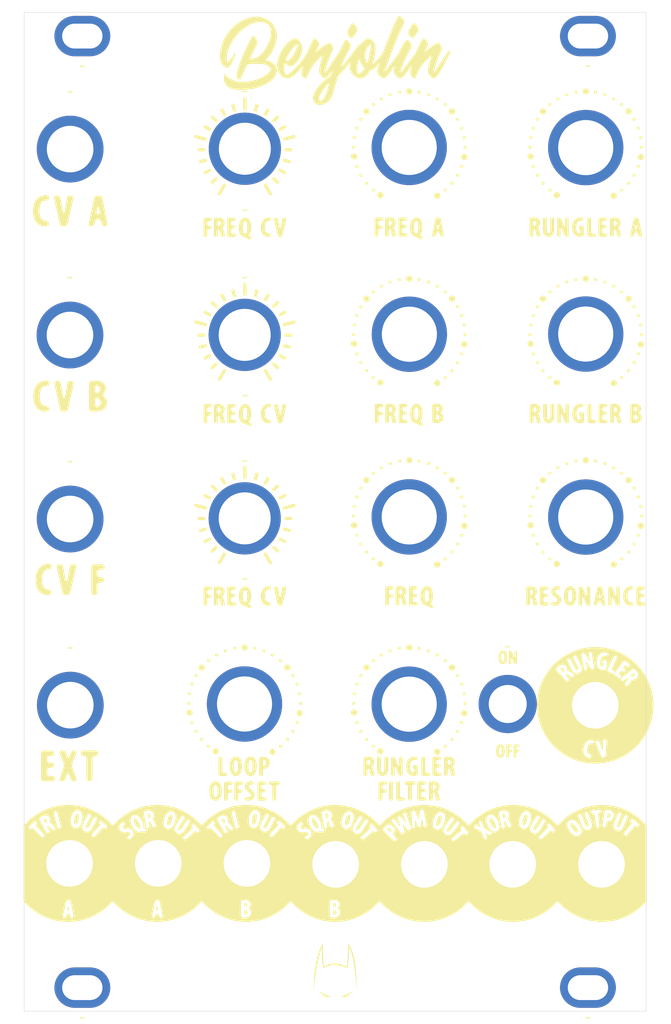
<source format=kicad_pcb>
(kicad_pcb (version 20171130) (host pcbnew "(5.1.5)-2")
  (layers (0 F.Cu signal) (31 B.Cu signal) (34 B.Paste user) (35 F.Paste user) (36 B.SilkS user) (37 F.SilkS user) (38 B.Mask user) (39 F.Mask user) (44 Edge.Cuts user))
  (net 0 "")
  (module Benjolin:Batman (layer F.Cu) (at 86.929412 151.638)
    (fp_text reference ~ hide)
    (fp_text value LOGO hide)
  )
  (module Benjolin:Off (layer F.Cu) (at 109.17061 123.444)
    (fp_text reference ~ hide)
    (fp_text value LOGO hide)
  )
  (module Benjolin:On (layer F.Cu) (at 109.167998 111.379)
    (fp_text reference ~ hide)
    (fp_text value LOGO hide)
  )
  (module "Benjolin:Rungler Filter" (layer F.Cu) (at 96.473707 126.994714)
    (fp_text reference G*** hide)
    (fp_text value LOGO hide)
  )
  (module "Benjolin:Loop Offset" (layer F.Cu) (at 75.251491 127)
    (fp_text reference G*** hide)
    (fp_text value LOGO hide)
  )
  (module Benjolin:Resonance (layer F.Cu) (at 119.218872 103.47164)
    (fp_text reference G*** hide)
    (fp_text value LOGO hide)
  )
  (module Benjolin:Freq (layer F.Cu) (at 96.474271 103.632)
    (fp_text reference G*** hide)
    (fp_text value LOGO hide)
  )
  (module "Benjolin:Rungler B" (layer F.Cu) (at 119.218768 79.966042)
    (fp_text reference G*** hide)
    (fp_text value LOGO hide)
  )
  (module "Benjolin:Rungler A" (layer F.Cu) (at 119.220447 55.962919)
    (fp_text reference G*** hide)
    (fp_text value LOGO hide)
  )
  (module "Benjolin:Freq B" (layer F.Cu) (at 96.475382 80.137)
    (fp_text reference G*** hide)
    (fp_text value LOGO hide)
  )
  (module "Benjolin:Freq A" (layer F.Cu) (at 96.47318 56.134)
    (fp_text reference G*** hide)
    (fp_text value LOGO hide)
  )
  (module Benjolin:FreqCV (layer F.Cu) (at 75.296236 103.645512)
    (fp_text reference G*** hide)
    (fp_text value LOGO hide)
  )
  (module Benjolin:FreqCV (layer F.Cu) (at 75.296236 80.150393)
    (fp_text reference G*** hide)
    (fp_text value LOGO hide)
  )
  (module Benjolin:FreqCV (layer F.Cu) (at 75.296236 56.147277)
    (fp_text reference G*** hide)
    (fp_text value LOGO hide)
  )
  (module Benjolin:Panel_Graphics_Pot_Arc_Dots_12.7mm (layer F.Cu) (at 75.254428 116.84)
    (fp_text reference ~ hide)
    (fp_text value LOGO hide)
  )
  (module Benjolin:Panel_Graphics_Pot_Arc_Dots_12.7mm (layer F.Cu) (at 96.475484 116.84)
    (fp_text reference ~ hide)
    (fp_text value LOGO hide)
  )
  (module Benjolin:Panel_Graphics_Pot_Arc_Dots_12.7mm (layer F.Cu) (at 119.220584 92.71)
    (fp_text reference ~ hide)
    (fp_text value LOGO hide)
  )
  (module Benjolin:Panel_Graphics_Pot_Arc_Dots_12.7mm (layer F.Cu) (at 96.475484 92.71)
    (fp_text reference ~ hide)
    (fp_text value LOGO hide)
  )
  (module Benjolin:Panel_Graphics_Pot_Arc_Dots_12.7mm (layer F.Cu) (at 119.220584 69.342)
    (fp_text reference ~ hide)
    (fp_text value LOGO hide)
  )
  (module Benjolin:Panel_Graphics_Pot_Arc_Dots_12.7mm (layer F.Cu) (at 96.475484 69.342)
    (fp_text reference ~ hide)
    (fp_text value LOGO hide)
  )
  (module Benjolin:Panel_Graphics_Pot_Arc_Dots_12.7mm (layer F.Cu) (at 119.220584 45.212284)
    (fp_text reference ~ hide)
    (fp_text value LOGO hide)
  )
  (module Benjolin:Panel_Graphics_Pot_Arc_Dots_12.7mm (layer F.Cu) (at 96.475484 45.212284)
    (fp_text reference ~ hide)
    (fp_text value LOGO hide)
  )
  (module KraakenStuff:Panel_Graphics_Trimmer_Arc_10mm (layer F.Cu) (at 75.311 93.472)
    (fp_text reference ~ (at 0 7.8) (layer F.SilkS))
    (fp_text value Panel_Graphics_Trimmer_Arc_10mm)
  )
  (module KraakenStuff:Panel_Graphics_Trimmer_Arc_10mm (layer F.Cu) (at 75.311 69.85)
    (fp_text reference ~ (at 0 7.8) (layer F.SilkS))
    (fp_text value Panel_Graphics_Trimmer_Arc_10mm)
  )
  (module KraakenStuff:Panel_Graphics_Trimmer_Arc_10mm (layer F.Cu) (at 75.311 45.974)
    (fp_text reference ~ (at 0 7.8) (layer F.SilkS))
    (fp_text value Panel_Graphics_Trimmer_Arc_10mm)
  )
  (module Benjolin:Benjolin (layer F.Cu) (at 86.860499 34.417)
    (fp_text reference G*** hide)
    (fp_text value LOGO hide)
  )
  (module "Benjolin:Ext In" (layer F.Cu) (at 52.705 125.349)
    (fp_text reference G*** hide)
    (fp_text value LOGO hide)
  )
  (module "Benjolin:CV F" (layer F.Cu) (at 52.78199 101.346)
    (fp_text reference G*** hide)
    (fp_text value LOGO hide)
  )
  (module "Benjolin:CV B" (layer F.Cu) (at 52.78402 77.724)
    (fp_text reference G*** hide)
    (fp_text value LOGO hide)
  )
  (module "Benjolin:CV A" (layer F.Cu) (at 52.782744 53.848)
    (fp_text reference G*** hide)
    (fp_text value LOGO hide)
  )
  (module "Benjolin:Rungler CV" (layer F.Cu) (at 120.44828 117.563134)
    (fp_text reference G*** hide)
    (fp_text value LOGO hide)
  )
  (module Benjolin:Rings (layer F.Cu) (at 86.9315 137.922092)
    (fp_text reference G*** hide)
    (fp_text value LOGO hide)
  )
  (module KraakenStuff:Panel_Trimmer_6.7mm (layer F.Cu) (at 75.2968 45.8795)
    (fp_text reference ~ (at 0 -7.4) (layer F.SilkS))
    (fp_text value Panel_Trimmer_6.7mm)
    (pad "" np_thru_hole circle (at 0 0) (size 9.3 9.3) (drill 6.7) (layers *.Cu *.Mask))
  )
  (module KraakenStuff:Panel_Trimmer_6.7mm (layer F.Cu) (at 75.2757 69.8517)
    (fp_text reference ~ (at 0 -7.4) (layer F.SilkS))
    (fp_text value Panel_Trimmer_6.7mm)
    (pad "" np_thru_hole circle (at 0 0) (size 9.3 9.3) (drill 6.7) (layers *.Cu *.Mask))
  )
  (module KraakenStuff:Panel_Trimmer_6.7mm (layer F.Cu) (at 75.2757 93.4854)
    (fp_text reference ~ (at 0 -7.4) (layer F.SilkS))
    (fp_text value Panel_Trimmer_6.7mm)
    (pad "" np_thru_hole circle (at 0 0) (size 9.3 9.3) (drill 6.7) (layers *.Cu *.Mask))
  )
  (module KraakenStuff:Panel_SubSwitch_4.9mm (layer F.Cu) (at 109.1711 117.3942)
    (fp_text reference ~ (at 0 -7.4) (layer F.SilkS))
    (fp_text value Panel_SubSwitch_4.9mm)
    (pad "" np_thru_hole circle (at 0 0) (size 7.5 7.5) (drill 4.9) (layers *.Cu *.Mask))
  )
  (module KraakenStuff:Panel_Pot_7.1mm (layer F.Cu) (at 75.2545 117.3942)
    (fp_text reference ~ (at 0 -7.4) (layer F.SilkS))
    (fp_text value Panel_Pot_7.1mm)
    (pad "" np_thru_hole circle (at 0 0) (size 9.7 9.7) (drill 7.1) (layers *.Cu *.Mask))
  )
  (module KraakenStuff:Panel_Pot_7.1mm (layer F.Cu) (at 96.4762 117.4153)
    (fp_text reference ~ (at 0 -7.4) (layer F.SilkS))
    (fp_text value Panel_Pot_7.1mm)
    (pad "" np_thru_hole circle (at 0 0) (size 9.7 9.7) (drill 7.1) (layers *.Cu *.Mask))
  )
  (module KraakenStuff:Panel_Pot_7.1mm (layer F.Cu) (at 119.2213 93.3162)
    (fp_text reference ~ (at 0 -7.4) (layer F.SilkS))
    (fp_text value Panel_Pot_7.1mm)
    (pad "" np_thru_hole circle (at 0 0) (size 9.7 9.7) (drill 7.1) (layers *.Cu *.Mask))
  )
  (module KraakenStuff:Panel_Pot_7.1mm (layer F.Cu) (at 96.4762 93.295)
    (fp_text reference ~ (at 0 -7.4) (layer F.SilkS))
    (fp_text value Panel_Pot_7.1mm)
    (pad "" np_thru_hole circle (at 0 0) (size 9.7 9.7) (drill 7.1) (layers *.Cu *.Mask))
  )
  (module KraakenStuff:Panel_Pot_7.1mm (layer F.Cu) (at 119.2213 69.7459)
    (fp_text reference ~ (at 0 -7.4) (layer F.SilkS))
    (fp_text value Panel_Pot_7.1mm)
    (pad "" np_thru_hole circle (at 0 0) (size 9.7 9.7) (drill 7.1) (layers *.Cu *.Mask))
  )
  (module KraakenStuff:Panel_Pot_7.1mm (layer F.Cu) (at 96.4974 69.7671)
    (fp_text reference ~ (at 0 -7.4) (layer F.SilkS))
    (fp_text value Panel_Pot_7.1mm)
    (pad "" np_thru_hole circle (at 0 0) (size 9.7 9.7) (drill 7.1) (layers *.Cu *.Mask))
  )
  (module KraakenStuff:Panel_Pot_7.1mm (layer F.Cu) (at 119.2213 45.7314)
    (fp_text reference ~ (at 0 -7.4) (layer F.SilkS))
    (fp_text value Panel_Pot_7.1mm)
    (pad "" np_thru_hole circle (at 0 0) (size 9.7 9.7) (drill 7.1) (layers *.Cu *.Mask))
  )
  (module KraakenStuff:Panel_Pot_7.1mm (layer F.Cu) (at 96.4762 45.7102)
    (fp_text reference ~ (at 0 -7.4) (layer F.SilkS))
    (fp_text value Panel_Pot_7.1mm)
    (pad "" np_thru_hole circle (at 0 0) (size 9.7 9.7) (drill 7.1) (layers *.Cu *.Mask))
  )
  (module KraakenStuff:Panel_Thonkiconn_6mm (layer F.Cu) (at 52.7845 45.9218)
    (fp_text reference ~ (at 0 -7.4) (layer F.SilkS))
    (fp_text value Panel_Thonkiconn_6mm)
    (pad "" np_thru_hole circle (at 0 0) (size 8.6 8.6) (drill 6) (layers *.Cu *.Mask))
  )
  (module KraakenStuff:Panel_Thonkiconn_6mm (layer F.Cu) (at 52.7634 69.8729)
    (fp_text reference ~ (at 0 -7.4) (layer F.SilkS))
    (fp_text value Panel_Thonkiconn_6mm)
    (pad "" np_thru_hole circle (at 0 0) (size 8.6 8.6) (drill 6) (layers *.Cu *.Mask))
  )
  (module KraakenStuff:Panel_Thonkiconn_6mm (layer F.Cu) (at 52.7845 93.5701)
    (fp_text reference ~ (at 0 -7.4) (layer F.SilkS))
    (fp_text value Panel_Thonkiconn_6mm)
    (pad "" np_thru_hole circle (at 0 0) (size 8.6 8.6) (drill 6) (layers *.Cu *.Mask))
  )
  (module KraakenStuff:Panel_Thonkiconn_6mm (layer F.Cu) (at 120.4484 117.5635)
    (fp_text reference ~ (at 0 -7.4) (layer F.SilkS))
    (fp_text value Panel_Thonkiconn_6mm)
    (pad "" np_thru_hole circle (at 0 0) (size 8.6 8.6) (drill 6) (layers *.Cu *.Mask))
  )
  (module KraakenStuff:Panel_Thonkiconn_6mm (layer F.Cu) (at 52.8057 117.5423)
    (fp_text reference ~ (at 0 -7.4) (layer F.SilkS))
    (fp_text value Panel_Thonkiconn_6mm)
    (pad "" np_thru_hole circle (at 0 0) (size 8.6 8.6) (drill 6) (layers *.Cu *.Mask))
  )
  (module KraakenStuff:Panel_Thonkiconn_6mm (layer F.Cu) (at 121.2525 138.0446)
    (fp_text reference ~ (at 0 -7.4) (layer F.SilkS))
    (fp_text value Panel_Thonkiconn_6mm)
    (pad "" np_thru_hole circle (at 0 0) (size 8.6 8.6) (drill 6) (layers *.Cu *.Mask))
  )
  (module KraakenStuff:Panel_Thonkiconn_6mm (layer F.Cu) (at 109.8059 138.0446)
    (fp_text reference ~ (at 0 -7.4) (layer F.SilkS))
    (fp_text value Panel_Thonkiconn_6mm)
    (pad "" np_thru_hole circle (at 0 0) (size 8.6 8.6) (drill 6) (layers *.Cu *.Mask))
  )
  (module KraakenStuff:Panel_Thonkiconn_6mm (layer F.Cu) (at 98.425 138.049)
    (fp_text reference ~ (at 0 -7.4) (layer F.SilkS))
    (fp_text value Panel_Thonkiconn_6mm)
    (pad "" np_thru_hole circle (at 0 0) (size 8.6 8.6) (drill 6) (layers *.Cu *.Mask))
  )
  (module KraakenStuff:Panel_Thonkiconn_6mm (layer F.Cu) (at 86.995 138.049)
    (fp_text reference ~ (at 0 -7.4) (layer F.SilkS))
    (fp_text value Panel_Thonkiconn_6mm)
    (pad "" np_thru_hole circle (at 0 0) (size 8.6 8.6) (drill 6) (layers *.Cu *.Mask))
  )
  (module KraakenStuff:Panel_Thonkiconn_6mm (layer F.Cu) (at 75.565 137.922)
    (fp_text reference ~ (at 0 -7.4) (layer F.SilkS))
    (fp_text value Panel_Thonkiconn_6mm)
    (pad "" np_thru_hole circle (at 0 0) (size 8.6 8.6) (drill 6) (layers *.Cu *.Mask))
  )
  (module KraakenStuff:Panel_Thonkiconn_6mm (layer F.Cu) (at 64.135 137.922)
    (fp_text reference ~ (at 0 -7.4) (layer F.SilkS))
    (fp_text value Panel_Thonkiconn_6mm)
    (pad "" np_thru_hole circle (at 0 0) (size 8.6 8.6) (drill 6) (layers *.Cu *.Mask))
  )
  (module KraakenStuff:Panel_Thonkiconn_6mm (layer F.Cu) (at 52.705 137.922)
    (fp_text reference ~ (at 0 -7.4) (layer F.SilkS))
    (fp_text value Panel_Thonkiconn_6mm)
    (pad "" np_thru_hole circle (at 0 0) (size 8.6 8.6) (drill 6) (layers *.Cu *.Mask))
  )
  (module KraakenStuff:Panel_Screw_Elliptical (layer F.Cu) (at 119.507 31.369)
    (fp_text reference ~ (at 0.01016 3.85572) (layer F.SilkS))
    (fp_text value Panel_Screw_Elliptical)
    (pad "" np_thru_hole roundrect (at 0 0) (size 7.2 5.2) (drill oval 5.2 3.2) (layers *.Cu *.Mask) (roundrect_rratio 0.5))
  )
  (module KraakenStuff:Panel_Screw_Elliptical (layer F.Cu) (at 54.356 31.369)
    (fp_text reference ~ (at 0.01016 3.85572) (layer F.SilkS))
    (fp_text value Panel_Screw_Elliptical)
    (pad "" np_thru_hole roundrect (at 0 0) (size 7.2 5.2) (drill oval 5.2 3.2) (layers *.Cu *.Mask) (roundrect_rratio 0.5))
  )
  (module KraakenStuff:Panel_Screw_Elliptical (layer F.Cu) (at 119.507 153.924)
    (fp_text reference ~ (at 0.01016 3.85572) (layer F.SilkS))
    (fp_text value Panel_Screw_Elliptical)
    (pad "" np_thru_hole roundrect (at 0 0) (size 7.2 5.2) (drill oval 5.2 3.2) (layers *.Cu *.Mask) (roundrect_rratio 0.5))
  )
  (module KraakenStuff:Panel_Screw_Elliptical (layer F.Cu) (at 54.356 153.924)
    (fp_text reference ~ (at 0.01016 3.85572) (layer F.SilkS))
    (fp_text value Panel_Screw_Elliptical)
    (pad "" np_thru_hole roundrect (at 0 0) (size 7.2 5.2) (drill oval 5.2 3.2) (layers *.Cu *.Mask) (roundrect_rratio 0.5))
  )
  (gr_line (start 46.863 156.972) (end 46.863 28.321) (layer Edge.Cuts) (width 0.05))
  (gr_line (start 127 156.972) (end 46.863 156.972) (layer Edge.Cuts) (width 0.05))
  (gr_line (start 127 28.321) (end 127 156.972) (layer Edge.Cuts) (width 0.05))
  (gr_line (start 46.863 28.321) (end 127 28.321) (layer Edge.Cuts) (width 0.05))
)
</source>
